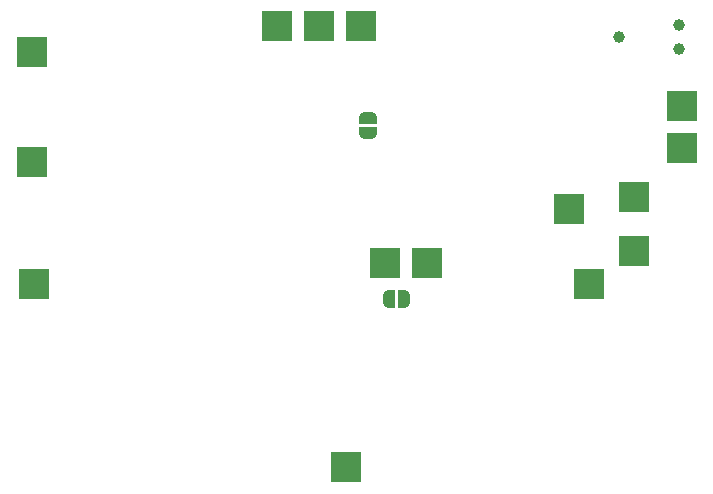
<source format=gbr>
%TF.GenerationSoftware,KiCad,Pcbnew,7.0.1*%
%TF.CreationDate,2024-08-13T13:18:49+02:00*%
%TF.ProjectId,driver_prereg_combined,64726976-6572-45f7-9072-657265675f63,rev?*%
%TF.SameCoordinates,Original*%
%TF.FileFunction,Soldermask,Bot*%
%TF.FilePolarity,Negative*%
%FSLAX46Y46*%
G04 Gerber Fmt 4.6, Leading zero omitted, Abs format (unit mm)*
G04 Created by KiCad (PCBNEW 7.0.1) date 2024-08-13 13:18:49*
%MOMM*%
%LPD*%
G01*
G04 APERTURE LIST*
G04 Aperture macros list*
%AMFreePoly0*
4,1,19,0.500000,-0.750000,0.000000,-0.750000,0.000000,-0.744911,-0.071157,-0.744911,-0.207708,-0.704816,-0.327430,-0.627875,-0.420627,-0.520320,-0.479746,-0.390866,-0.500000,-0.250000,-0.500000,0.250000,-0.479746,0.390866,-0.420627,0.520320,-0.327430,0.627875,-0.207708,0.704816,-0.071157,0.744911,0.000000,0.744911,0.000000,0.750000,0.500000,0.750000,0.500000,-0.750000,0.500000,-0.750000,
$1*%
%AMFreePoly1*
4,1,19,0.000000,0.744911,0.071157,0.744911,0.207708,0.704816,0.327430,0.627875,0.420627,0.520320,0.479746,0.390866,0.500000,0.250000,0.500000,-0.250000,0.479746,-0.390866,0.420627,-0.520320,0.327430,-0.627875,0.207708,-0.704816,0.071157,-0.744911,0.000000,-0.744911,0.000000,-0.750000,-0.500000,-0.750000,-0.500000,0.750000,0.000000,0.750000,0.000000,0.744911,0.000000,0.744911,
$1*%
G04 Aperture macros list end*
%ADD10R,2.500000X2.500000*%
%ADD11C,0.990600*%
%ADD12FreePoly0,0.000000*%
%ADD13FreePoly1,0.000000*%
%ADD14FreePoly0,270.000000*%
%ADD15FreePoly1,270.000000*%
G04 APERTURE END LIST*
D10*
%TO.C,TP3*%
X170688000Y-106172000D03*
%TD*%
%TO.C,TP11*%
X144018000Y-87122000D03*
%TD*%
%TO.C,TP16*%
X147574000Y-87122000D03*
%TD*%
%TO.C,TP9*%
X119708504Y-98612000D03*
%TD*%
%TO.C,TP2*%
X170688000Y-101600000D03*
%TD*%
D11*
%TO.C,J1*%
X169418000Y-88011000D03*
X174498000Y-86995000D03*
X174498000Y-89027000D03*
%TD*%
D10*
%TO.C,TP7*%
X119900002Y-108953500D03*
%TD*%
%TO.C,TP12*%
X119732504Y-89274000D03*
%TD*%
%TO.C,TP5*%
X146304000Y-124460000D03*
%TD*%
%TO.C,TP6*%
X149606000Y-107188000D03*
%TD*%
%TO.C,TP8*%
X153162000Y-107188000D03*
%TD*%
%TO.C,TP10*%
X140462000Y-87122000D03*
%TD*%
%TO.C,TP4*%
X166878000Y-108966000D03*
%TD*%
D12*
%TO.C,JP2*%
X149957000Y-110236000D03*
D13*
X151257000Y-110236000D03*
%TD*%
D10*
%TO.C,TP14*%
X174752000Y-97409000D03*
%TD*%
%TO.C,TP15*%
X174752000Y-93853000D03*
%TD*%
%TO.C,TP13*%
X165227000Y-102616000D03*
%TD*%
D14*
%TO.C,JP4*%
X148209000Y-94854000D03*
D15*
X148209000Y-96154000D03*
%TD*%
M02*

</source>
